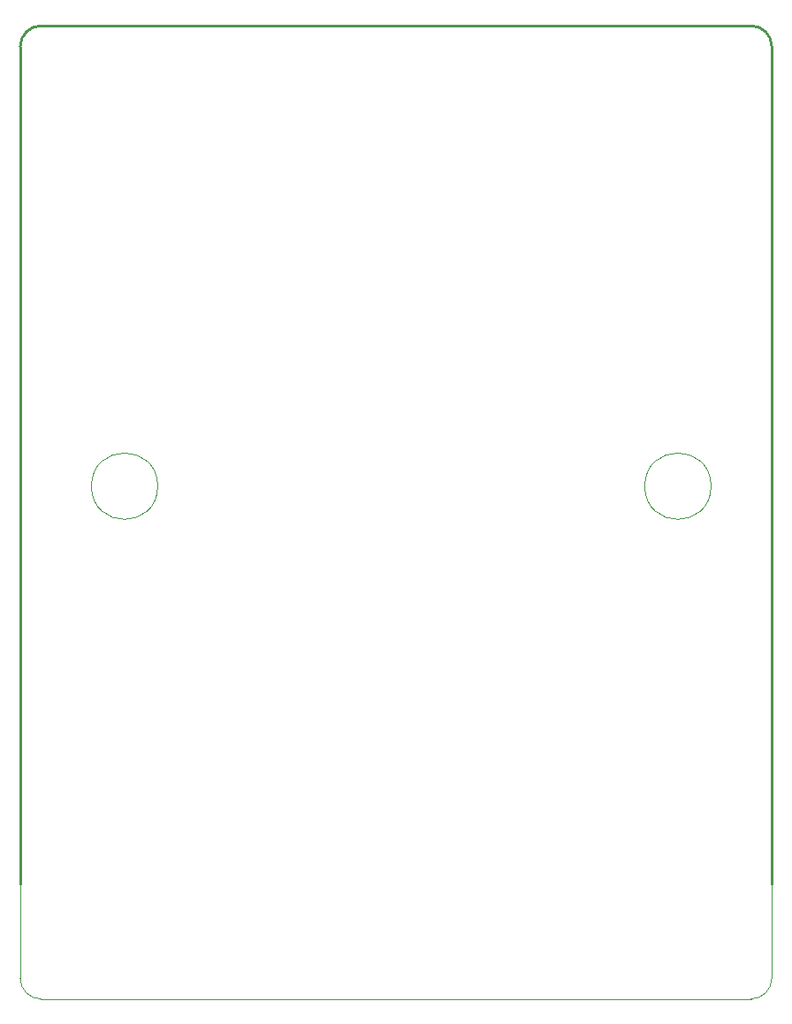
<source format=gm1>
G04 #@! TF.GenerationSoftware,KiCad,Pcbnew,8.0.5*
G04 #@! TF.CreationDate,2024-10-04T03:51:19+02:00*
G04 #@! TF.ProjectId,SD-10005v,53442d31-3030-4303-9576-2e6b69636164,rev?*
G04 #@! TF.SameCoordinates,Original*
G04 #@! TF.FileFunction,Profile,NP*
%FSLAX46Y46*%
G04 Gerber Fmt 4.6, Leading zero omitted, Abs format (unit mm)*
G04 Created by KiCad (PCBNEW 8.0.5) date 2024-10-04 03:51:19*
%MOMM*%
%LPD*%
G01*
G04 APERTURE LIST*
G04 #@! TA.AperFunction,Profile*
%ADD10C,0.100000*%
G04 #@! TD*
G04 #@! TA.AperFunction,Profile*
%ADD11C,0.254000*%
G04 #@! TD*
G04 #@! TA.AperFunction,Profile*
%ADD12C,0.120000*%
G04 #@! TD*
G04 APERTURE END LIST*
D10*
X138175000Y-75000000D02*
G75*
G02*
X131825000Y-75000000I-3175000J0D01*
G01*
X131825000Y-75000000D02*
G75*
G02*
X138175000Y-75000000I3175000J0D01*
G01*
D11*
X74000000Y-30913400D02*
X142000010Y-30913400D01*
D10*
X85175000Y-75000000D02*
G75*
G02*
X78825000Y-75000000I-3175000J0D01*
G01*
X78825000Y-75000000D02*
G75*
G02*
X85175000Y-75000000I3175000J0D01*
G01*
D11*
X72000000Y-32913400D02*
G75*
G02*
X74000000Y-30913400I2000000J0D01*
G01*
X144000000Y-113100000D02*
X144000000Y-32913395D01*
X142000010Y-30913400D02*
G75*
G02*
X144000000Y-32913400I-10J-2000000D01*
G01*
X72000000Y-113100000D02*
X72000000Y-32913400D01*
D12*
G04 #@! TO.C,CON1*
X72000000Y-122100000D02*
X72000000Y-113100000D01*
X74000000Y-124100000D02*
X141800000Y-124100000D01*
X142000000Y-124100000D02*
X141800000Y-124100000D01*
X144000000Y-122100000D02*
X144000000Y-113100000D01*
X74000000Y-124100000D02*
G75*
G02*
X72000000Y-122100000I-1J1999999D01*
G01*
X144000000Y-122100000D02*
G75*
G02*
X142000000Y-124100000I-2000000J0D01*
G01*
G04 #@! TD*
M02*

</source>
